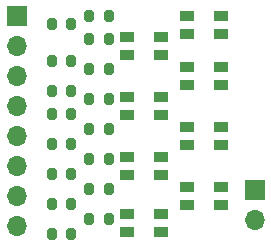
<source format=gts>
%TF.GenerationSoftware,KiCad,Pcbnew,(6.0.0)*%
%TF.CreationDate,2022-03-13T20:48:30-04:00*%
%TF.ProjectId,dual LED board,6475616c-204c-4454-9420-626f6172642e,rev?*%
%TF.SameCoordinates,Original*%
%TF.FileFunction,Soldermask,Top*%
%TF.FilePolarity,Negative*%
%FSLAX46Y46*%
G04 Gerber Fmt 4.6, Leading zero omitted, Abs format (unit mm)*
G04 Created by KiCad (PCBNEW (6.0.0)) date 2022-03-13 20:48:30*
%MOMM*%
%LPD*%
G01*
G04 APERTURE LIST*
G04 Aperture macros list*
%AMRoundRect*
0 Rectangle with rounded corners*
0 $1 Rounding radius*
0 $2 $3 $4 $5 $6 $7 $8 $9 X,Y pos of 4 corners*
0 Add a 4 corners polygon primitive as box body*
4,1,4,$2,$3,$4,$5,$6,$7,$8,$9,$2,$3,0*
0 Add four circle primitives for the rounded corners*
1,1,$1+$1,$2,$3*
1,1,$1+$1,$4,$5*
1,1,$1+$1,$6,$7*
1,1,$1+$1,$8,$9*
0 Add four rect primitives between the rounded corners*
20,1,$1+$1,$2,$3,$4,$5,0*
20,1,$1+$1,$4,$5,$6,$7,0*
20,1,$1+$1,$6,$7,$8,$9,0*
20,1,$1+$1,$8,$9,$2,$3,0*%
G04 Aperture macros list end*
%ADD10RoundRect,0.200000X-0.200000X-0.275000X0.200000X-0.275000X0.200000X0.275000X-0.200000X0.275000X0*%
%ADD11R,1.200000X0.900000*%
%ADD12R,1.700000X1.700000*%
%ADD13O,1.700000X1.700000*%
G04 APERTURE END LIST*
D10*
%TO.C,R10*%
X161735000Y-67945000D03*
X163385000Y-67945000D03*
%TD*%
D11*
%TO.C,D8*%
X164970000Y-75221000D03*
X167770000Y-75221000D03*
X167770000Y-76671000D03*
X164970000Y-76671000D03*
%TD*%
%TO.C,D4*%
X164970000Y-65315000D03*
X167770000Y-65315000D03*
X167770000Y-66765000D03*
X164970000Y-66765000D03*
%TD*%
D10*
%TO.C,R6*%
X161735000Y-62865000D03*
X163385000Y-62865000D03*
%TD*%
%TO.C,R3*%
X158560000Y-62230000D03*
X160210000Y-62230000D03*
%TD*%
D11*
%TO.C,D7*%
X170050000Y-72935000D03*
X172850000Y-72935000D03*
X172850000Y-74385000D03*
X170050000Y-74385000D03*
%TD*%
%TO.C,D5*%
X170050000Y-67855000D03*
X172850000Y-67855000D03*
X172850000Y-69305000D03*
X170050000Y-69305000D03*
%TD*%
D10*
%TO.C,R8*%
X161735000Y-65405000D03*
X163385000Y-65405000D03*
%TD*%
D12*
%TO.C,J2*%
X155575000Y-58420000D03*
D13*
X155575000Y-60960000D03*
X155575000Y-63500000D03*
X155575000Y-66040000D03*
X155575000Y-68580000D03*
X155575000Y-71120000D03*
X155575000Y-73660000D03*
X155575000Y-76200000D03*
%TD*%
D11*
%TO.C,D6*%
X164970000Y-70395000D03*
X167770000Y-70395000D03*
X167770000Y-71845000D03*
X164970000Y-71845000D03*
%TD*%
D10*
%TO.C,R2*%
X161735000Y-58420000D03*
X163385000Y-58420000D03*
%TD*%
%TO.C,R15*%
X158560000Y-76835000D03*
X160210000Y-76835000D03*
%TD*%
%TO.C,R12*%
X161735000Y-70485000D03*
X163385000Y-70485000D03*
%TD*%
%TO.C,R5*%
X158560000Y-64770000D03*
X160210000Y-64770000D03*
%TD*%
%TO.C,R13*%
X158560000Y-74295000D03*
X160210000Y-74295000D03*
%TD*%
%TO.C,R16*%
X161735000Y-75565000D03*
X163385000Y-75565000D03*
%TD*%
D11*
%TO.C,D3*%
X170050000Y-62775000D03*
X172850000Y-62775000D03*
X172850000Y-64225000D03*
X170050000Y-64225000D03*
%TD*%
D10*
%TO.C,R7*%
X158560000Y-66675000D03*
X160210000Y-66675000D03*
%TD*%
%TO.C,R14*%
X161735000Y-73025000D03*
X163385000Y-73025000D03*
%TD*%
%TO.C,R9*%
X158560000Y-69215000D03*
X160210000Y-69215000D03*
%TD*%
D12*
%TO.C,J1*%
X175768000Y-73147000D03*
D13*
X175768000Y-75687000D03*
%TD*%
D11*
%TO.C,D2*%
X164970000Y-60235000D03*
X167770000Y-60235000D03*
X167770000Y-61685000D03*
X164970000Y-61685000D03*
%TD*%
D10*
%TO.C,R11*%
X158560000Y-71755000D03*
X160210000Y-71755000D03*
%TD*%
%TO.C,R1*%
X158560000Y-59055000D03*
X160210000Y-59055000D03*
%TD*%
D11*
%TO.C,D1*%
X170050000Y-58457000D03*
X172850000Y-58457000D03*
X172850000Y-59907000D03*
X170050000Y-59907000D03*
%TD*%
D10*
%TO.C,R4*%
X161735000Y-60325000D03*
X163385000Y-60325000D03*
%TD*%
M02*

</source>
